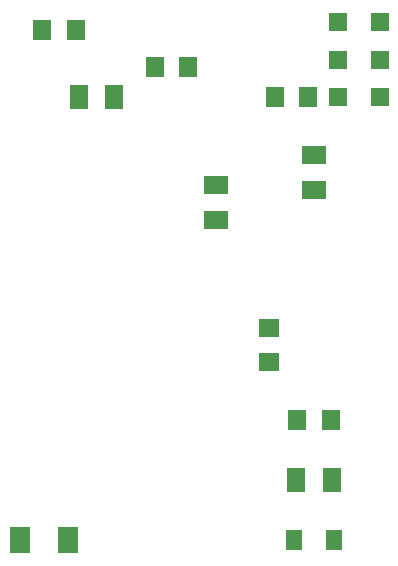
<source format=gtp>
G75*
%MOIN*%
%OFA0B0*%
%FSLAX24Y24*%
%IPPOS*%
%LPD*%
%AMOC8*
5,1,8,0,0,1.08239X$1,22.5*
%
%ADD10R,0.0591X0.0591*%
%ADD11R,0.0630X0.0710*%
%ADD12R,0.0710X0.0630*%
%ADD13R,0.0787X0.0591*%
%ADD14R,0.0591X0.0787*%
%ADD15R,0.0701X0.0850*%
%ADD16R,0.0551X0.0709*%
D10*
X015661Y017100D03*
X015661Y018350D03*
X015661Y019600D03*
X017039Y019600D03*
X017039Y018350D03*
X017039Y017100D03*
D11*
X014660Y017100D03*
X013540Y017100D03*
X010660Y018100D03*
X009540Y018100D03*
X006910Y019350D03*
X005790Y019350D03*
X014290Y006350D03*
X015410Y006350D03*
D12*
X013350Y008290D03*
X013350Y009410D03*
D13*
X011600Y013009D03*
X011600Y014191D03*
X014850Y014009D03*
X014850Y015191D03*
D14*
X008191Y017100D03*
X007009Y017100D03*
X014259Y004350D03*
X015441Y004350D03*
D15*
X005051Y002350D03*
X006653Y002350D03*
D16*
X014181Y002350D03*
X015519Y002350D03*
M02*

</source>
